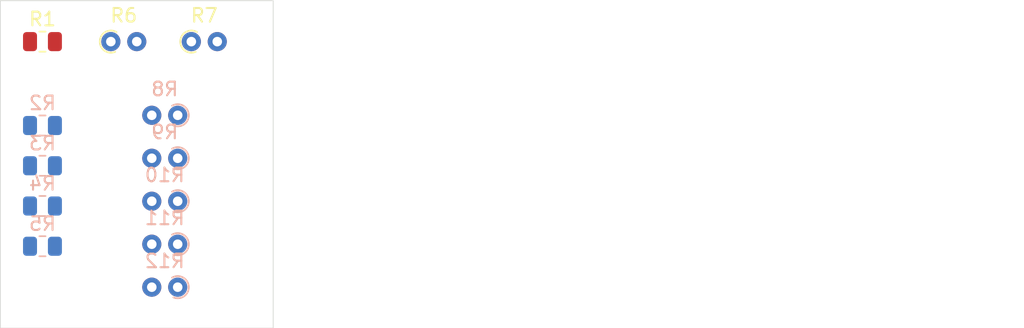
<source format=kicad_pcb>
(kicad_pcb (version 20240108) (generator "pcbnew") (generator_version "8.0")
  (layers (0 "F.Cu" signal) (31 "B.Cu" signal) (34 "B.Paste" user) (35 "F.Paste" user) (36 "B.SilkS" user "B.Silkscreen") (37 "F.SilkS" user "F.Silkscreen") (38 "B.Mask" user) (39 "F.Mask" user) (44 "Edge.Cuts" user))
  (property "ALIAS1" "${KIPRJMOD}/../../data/metrico/Resistor_SMD.3dshapes")
  (property "MYVAR" "tests/data")
  (property "PRUEBITA" "Hola!")
  (net 0 "")
  (footprint "Resistor_THT:R_Axial_DIN0204_L3.6mm_D1.6mm_P1.90mm_Vertical" (layer "F.Cu") (at 114 103)
    (property "Reference" "R7" (at 0.95 -1.92 0) (layer "F.SilkS"))
    (property "Value" "R")
    (fp_arc (start 0.320095 0.749359) (mid -0.813042 -0.054435) (end 0.417133 -0.7) (stroke (width 0.12)) (layer "F.SilkS"))
    (pad "1" thru_hole circle (at 0 0) (size 1.4 1.4) (drill 0.7) (layers "*.Cu" "*.Mask"))
    (pad "2" thru_hole oval (at 1.9 0) (size 1.4 1.4) (drill 0.7) (layers "*.Cu" "*.Mask"))
  )
  (footprint "Resistor_THT:R_Axial_DIN0204_L3.6mm_D1.6mm_P1.90mm_Vertical" (layer "F.Cu") (at 108.1 103)
    (property "Reference" "R6" (at 0.95 -1.92 0) (layer "F.SilkS"))
    (property "Value" "R")
    (fp_arc (start 0.320095 0.749359) (mid -0.813042 -0.054435) (end 0.417133 -0.7) (stroke (width 0.12)) (layer "F.SilkS"))
    (pad "1" thru_hole circle (at 0 0) (size 1.4 1.4) (drill 0.7) (layers "*.Cu" "*.Mask"))
    (pad "2" thru_hole oval (at 1.9 0) (size 1.4 1.4) (drill 0.7) (layers "*.Cu" "*.Mask"))
  )
  (footprint "Resistor_SMD:R_0805_2012Metric" (layer "F.Cu") (at 103.0875 103)
    (property "Reference" "R1" (at 0 -1.65 0) (layer "F.SilkS"))
    (property "Value" "R")
    (fp_line (start -0.227064 -0.735) (end 0.227064 -0.735) (stroke (width 0.12)) (layer "F.SilkS"))
    (fp_line (start -0.227064 0.735) (end 0.227064 0.735) (stroke (width 0.12)) (layer "F.SilkS"))
    (pad "1" smd roundrect (at -0.9125 0) (size 1.025 1.4) (layers "F.Cu" "F.Paste" "F.Mask") (roundrect_rratio 0.243902))
    (pad "2" smd roundrect (at 0.9125 0) (size 1.025 1.4) (layers "F.Cu" "F.Paste" "F.Mask") (roundrect_rratio 0.243902))
  )
  (footprint "Resistor_SMD:R_0805_2012Metric" (layer "B.Cu") (at 103.0875 109.15 180)
    (property "Reference" "R2" (at 0 1.65 0) (layer "B.SilkS") (effects (justify mirror)))
    (property "Value" "R")
    (fp_line (start 0.227064 0.735) (end -0.227064 0.735) (stroke (width 0.12)) (layer "B.SilkS"))
    (fp_line (start 0.227064 -0.735) (end -0.227064 -0.735) (stroke (width 0.12)) (layer "B.SilkS"))
    (pad "1" smd roundrect (at -0.9125 0 180) (size 1.025 1.4) (layers "B.Cu" "B.Paste" "B.Mask") (roundrect_rratio 0.243902))
    (pad "2" smd roundrect (at 0.9125 0 180) (size 1.025 1.4) (layers "B.Cu" "B.Paste" "B.Mask") (roundrect_rratio 0.243902))
  )
  (footprint "Resistor_THT:R_Axial_DIN0204_L3.6mm_D1.6mm_P1.90mm_Vertical" (layer "B.Cu") (at 113 121 180)
    (property "Reference" "R12" (at 0.95 1.92 0) (layer "B.SilkS") (effects (justify mirror)))
    (property "Value" "R")
    (fp_arc (start 0.417133 0.7) (mid -0.813042 0.054435) (end 0.320095 -0.749359) (stroke (width 0.12)) (layer "B.SilkS"))
    (pad "1" thru_hole circle (at 0 0 180) (size 1.4 1.4) (drill 0.7) (layers "*.Cu" "*.Mask"))
    (pad "2" thru_hole oval (at 1.9 0 180) (size 1.4 1.4) (drill 0.7) (layers "*.Cu" "*.Mask"))
  )
  (footprint "Resistor_SMD:R_0805_2012Metric" (layer "B.Cu") (at 103.0875 118 180)
    (property "Reference" "R5" (at 0 1.65 0) (layer "B.SilkS") (effects (justify mirror)))
    (property "Value" "R")
    (fp_line (start 0.227064 0.735) (end -0.227064 0.735) (stroke (width 0.12)) (layer "B.SilkS"))
    (fp_line (start 0.227064 -0.735) (end -0.227064 -0.735) (stroke (width 0.12)) (layer "B.SilkS"))
    (pad "1" smd roundrect (at -0.9125 0 180) (size 1.025 1.4) (layers "B.Cu" "B.Paste" "B.Mask") (roundrect_rratio 0.243902))
    (pad "2" smd roundrect (at 0.9125 0 180) (size 1.025 1.4) (layers "B.Cu" "B.Paste" "B.Mask") (roundrect_rratio 0.243902))
  )
  (footprint "Resistor_THT:R_Axial_DIN0204_L3.6mm_D1.6mm_P1.90mm_Vertical" (layer "B.Cu") (at 113 111.55 180)
    (property "Reference" "R9" (at 0.95 1.92 0) (layer "B.SilkS") (effects (justify mirror)))
    (property "Value" "R")
    (fp_arc (start 0.417133 0.7) (mid -0.813042 0.054435) (end 0.320095 -0.749359) (stroke (width 0.12)) (layer "B.SilkS"))
    (pad "1" thru_hole circle (at 0 0 180) (size 1.4 1.4) (drill 0.7) (layers "*.Cu" "*.Mask"))
    (pad "2" thru_hole oval (at 1.9 0 180) (size 1.4 1.4) (drill 0.7) (layers "*.Cu" "*.Mask"))
  )
  (footprint "Resistor_THT:R_Axial_DIN0204_L3.6mm_D1.6mm_P1.90mm_Vertical" (layer "B.Cu") (at 113 108.4 180)
    (property "Reference" "R8" (at 0.95 1.92 0) (layer "B.SilkS") (effects (justify mirror)))
    (property "Value" "R")
    (fp_arc (start 0.417133 0.7) (mid -0.813042 0.054435) (end 0.320095 -0.749359) (stroke (width 0.12)) (layer "B.SilkS"))
    (pad "1" thru_hole circle (at 0 0 180) (size 1.4 1.4) (drill 0.7) (layers "*.Cu" "*.Mask"))
    (pad "2" thru_hole oval (at 1.9 0 180) (size 1.4 1.4) (drill 0.7) (layers "*.Cu" "*.Mask"))
  )
  (footprint "Resistor_THT:R_Axial_DIN0204_L3.6mm_D1.6mm_P1.90mm_Vertical" (layer "B.Cu") (at 113 117.85 180)
    (property "Reference" "R11" (at 0.95 1.92 0) (layer "B.SilkS") (effects (justify mirror)))
    (property "Value" "R")
    (fp_arc (start 0.417133 0.7) (mid -0.813042 0.054435) (end 0.320095 -0.749359) (stroke (width 0.12)) (layer "B.SilkS"))
    (pad "1" thru_hole circle (at 0 0 180) (size 1.4 1.4) (drill 0.7) (layers "*.Cu" "*.Mask"))
    (pad "2" thru_hole oval (at 1.9 0 180) (size 1.4 1.4) (drill 0.7) (layers "*.Cu" "*.Mask"))
  )
  (footprint "Resistor_SMD:R_0805_2012Metric" (layer "B.Cu") (at 103.0875 112.1 180)
    (property "Reference" "R3" (at 0 1.65 0) (layer "B.SilkS") (effects (justify mirror)))
    (property "Value" "R")
    (fp_line (start 0.227064 0.735) (end -0.227064 0.735) (stroke (width 0.12)) (layer "B.SilkS"))
    (fp_line (start 0.227064 -0.735) (end -0.227064 -0.735) (stroke (width 0.12)) (layer "B.SilkS"))
    (pad "1" smd roundrect (at -0.9125 0 180) (size 1.025 1.4) (layers "B.Cu" "B.Paste" "B.Mask") (roundrect_rratio 0.243902))
    (pad "2" smd roundrect (at 0.9125 0 180) (size 1.025 1.4) (layers "B.Cu" "B.Paste" "B.Mask") (roundrect_rratio 0.243902))
  )
  (footprint "Resistor_THT:R_Axial_DIN0204_L3.6mm_D1.6mm_P1.90mm_Vertical" (layer "B.Cu") (at 113 114.7 180)
    (property "Reference" "R10" (at 0.95 1.92 0) (layer "B.SilkS") (effects (justify mirror)))
    (property "Value" "R")
    (fp_arc (start 0.417133 0.7) (mid -0.813042 0.054435) (end 0.320095 -0.749359) (stroke (width 0.12)) (layer "B.SilkS"))
    (pad "1" thru_hole circle (at 0 0 180) (size 1.4 1.4) (drill 0.7) (layers "*.Cu" "*.Mask"))
    (pad "2" thru_hole oval (at 1.9 0 180) (size 1.4 1.4) (drill 0.7) (layers "*.Cu" "*.Mask"))
  )
  (footprint "Resistor_SMD:R_0805_2012Metric" (layer "B.Cu") (at 103.0875 115.05 180)
    (property "Reference" "R4" (at 0 1.65 0) (layer "B.SilkS") (effects (justify mirror)))
    (property "Value" "R")
    (fp_line (start 0.227064 0.735) (end -0.227064 0.735) (stroke (width 0.12)) (layer "B.SilkS"))
    (fp_line (start 0.227064 -0.735) (end -0.227064 -0.735) (stroke (width 0.12)) (layer "B.SilkS"))
    (pad "1" smd roundrect (at -0.9125 0 180) (size 1.025 1.4) (layers "B.Cu" "B.Paste" "B.Mask") (roundrect_rratio 0.243902))
    (pad "2" smd roundrect (at 0.9125 0 180) (size 1.025 1.4) (layers "B.Cu" "B.Paste" "B.Mask") (roundrect_rratio 0.243902))
  )
  (gr_rect (start 100 100) (end 120 124) (stroke (width 0.05)) (fill none) (layer "Edge.Cuts"))
)
</source>
